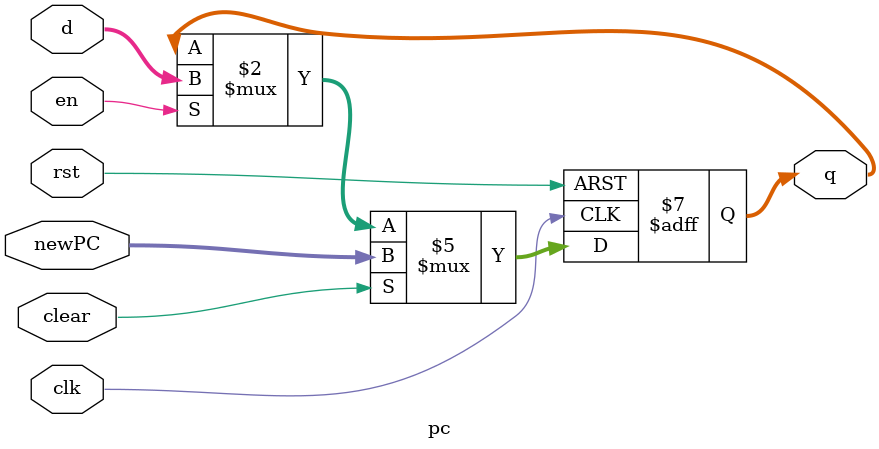
<source format=v>
`timescale 1ns / 1ps

module pc #(parameter WIDTH = 8)(
	input wire clk,rst,en,
	input wire clear,
	input wire [WIDTH-1:0] d,
	input wire [WIDTH-1:0] newPC,
	output reg [WIDTH-1:0] q
    );
	always @(posedge clk,posedge rst) begin
		if(rst) begin
			q <= 32'hbfc00000;
		end 
		else if (clear) begin
			q <= newPC;
		end	
		else if(en) begin
			q <= d;
		end
	end
endmodule
</source>
